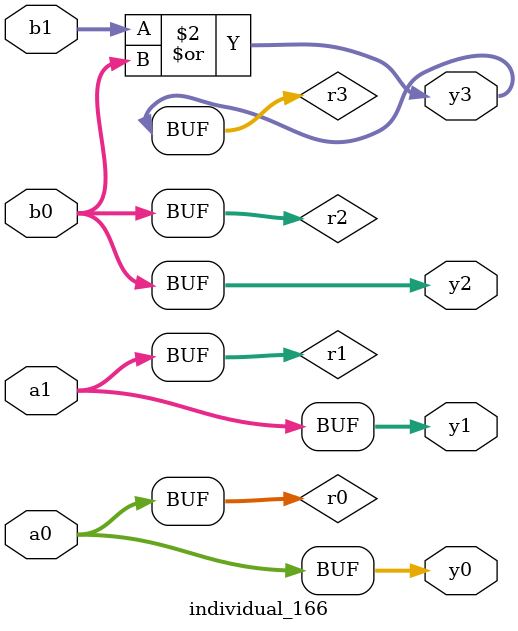
<source format=sv>
module individual_166(input logic [15:0] a1, input logic [15:0] a0, input logic [15:0] b1, input logic [15:0] b0, output logic [15:0] y3, output logic [15:0] y2, output logic [15:0] y1, output logic [15:0] y0);
logic [15:0] r0, r1, r2, r3; 
 always@(*) begin 
	 r0 = a0; r1 = a1; r2 = b0; r3 = b1; 
 	 r3  |=  b0 ;
 	 y3 = r3; y2 = r2; y1 = r1; y0 = r0; 
end
endmodule
</source>
